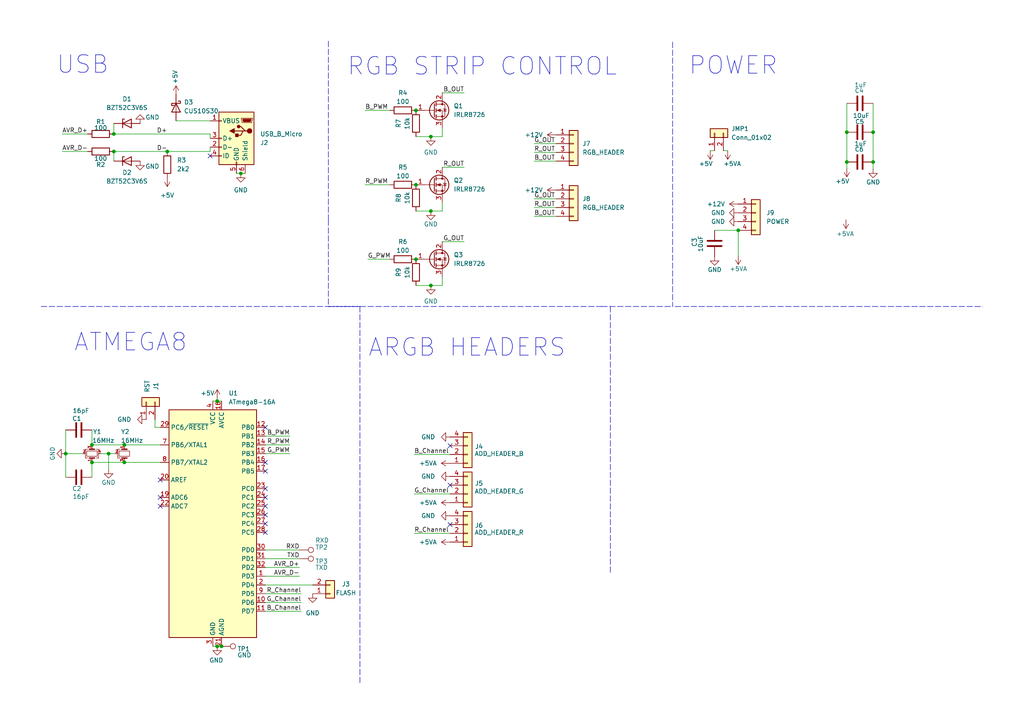
<source format=kicad_sch>
(kicad_sch (version 20211123) (generator eeschema)
  (paper "A4")
  (title_block (title "BlinkStick Advanced") (date "2023-08-18") (rev "1.3") (company "Agile Inovative Ltd & gty77663"))
  (lib_symbols
    (symbol "Connector:TestPoint" (pin_numbers hide) (pin_names (offset 0.762) hide)
      (property "Reference" "TP" (at 0 6.858 0))
      (property "Value" "TestPoint" (at 0 5.08 0))
      (symbol "TestPoint_0_1"
        (circle (center 0 3.302) (radius 0.762))
      )
      (symbol "TestPoint_1_1"
        (pin passive line (at 0 0 90) (length 2.54) (name "1") (number "1"))
      )
    )
    (symbol "Connector:USB_B_Micro" (pin_names (offset 1.016))
      (property "Reference" "J" (at -5.08 11.43 0))
      (property "Value" "USB_B_Micro" (at -5.08 8.89 0))
      (symbol "USB_B_Micro_0_1"
        (rectangle (start -5.08 -7.62) (end 5.08 7.62) (stroke (width 0.254)) (fill (type background)))
        (circle (center -3.81 2.159) (radius 0.635) (stroke (width 0.254)) (fill (type outline)))
        (circle (center -0.635 3.429) (radius 0.381) (stroke (width 0.254)) (fill (type outline)))
        (rectangle (start -0.127 -7.62) (end 0.127 -6.858))
        (polyline (pts (xy -1.905 2.159) (xy 0.635 2.159)) (stroke (width 0.254)))
        (polyline (pts (xy -3.175 2.159) (xy -2.54 2.159) (xy -1.27 3.429) (xy -0.635 3.429)) (stroke (width 0.254)))
        (polyline (pts (xy -2.54 2.159) (xy -1.905 2.159) (xy -1.27 0.889) (xy 0 0.889)) (stroke (width 0.254)))
        (polyline (pts (xy 0.635 2.794) (xy 0.635 1.524) (xy 1.905 2.159) (xy 0.635 2.794)) (stroke (width 0.254)) (fill (type outline)))
        (polyline (pts (xy -4.318 5.588) (xy -1.778 5.588) (xy -2.032 4.826) (xy -4.064 4.826) (xy -4.318 5.588)) (fill (type outline)))
        (polyline (pts (xy -4.699 5.842) (xy -4.699 5.588) (xy -4.445 4.826) (xy -4.445 4.572) (xy -1.651 4.572) (xy -1.651 4.826) (xy -1.397 5.588) (xy -1.397 5.842) (xy -4.699 5.842)))
        (rectangle (start 0.254 1.27) (end -0.508 0.508) (stroke (width 0.254)) (fill (type outline)))
        (rectangle (start 5.08 -5.207) (end 4.318 -4.953))
        (rectangle (start 5.08 -2.667) (end 4.318 -2.413))
        (rectangle (start 5.08 -0.127) (end 4.318 0.127))
        (rectangle (start 5.08 4.953) (end 4.318 5.207))
      )
      (symbol "USB_B_Micro_1_1"
        (pin power_out line (at 7.62 5.08 180) (length 2.54) (name "VBUS") (number "1"))
        (pin bidirectional line (at 7.62 -2.54 180) (length 2.54) (name "D-") (number "2"))
        (pin bidirectional line (at 7.62 0 180) (length 2.54) (name "D+") (number "3"))
        (pin passive line (at 7.62 -5.08 180) (length 2.54) (name "ID") (number "4"))
        (pin power_out line (at 0 -10.16 90) (length 2.54) (name "GND") (number "5"))
        (pin passive line (at -2.54 -10.16 90) (length 2.54) (name "Shield") (number "6"))
      )
    )
    (symbol "Connector_Generic:Conn_01x02" (pin_names (offset 1.016) hide)
      (property "Reference" "J" (at 0 2.54 0))
      (property "Value" "Conn_01x02" (at 0 -5.08 0))
      (symbol "Conn_01x02_1_1"
        (rectangle (start -1.27 -2.413) (end 0 -2.667) (stroke (width 0.1524)))
        (rectangle (start -1.27 0.127) (end 0 -0.127) (stroke (width 0.1524)))
        (rectangle (start -1.27 1.27) (end 1.27 -3.81) (stroke (width 0.254)) (fill (type background)))
        (pin passive line (at -5.08 0 0) (length 3.81) (name "Pin_1") (number "1"))
        (pin passive line (at -5.08 -2.54 0) (length 3.81) (name "Pin_2") (number "2"))
      )
    )
    (symbol "Connector_Generic:Conn_01x04" (pin_names (offset 1.016) hide)
      (property "Reference" "J" (at 0 5.08 0))
      (property "Value" "Conn_01x04" (at 0 -7.62 0))
      (symbol "Conn_01x04_1_1"
        (rectangle (start -1.27 -4.953) (end 0 -5.207) (stroke (width 0.1524)))
        (rectangle (start -1.27 -2.413) (end 0 -2.667) (stroke (width 0.1524)))
        (rectangle (start -1.27 0.127) (end 0 -0.127) (stroke (width 0.1524)))
        (rectangle (start -1.27 2.667) (end 0 2.413) (stroke (width 0.1524)))
        (rectangle (start -1.27 3.81) (end 1.27 -6.35) (stroke (width 0.254)) (fill (type background)))
        (pin passive line (at -5.08 2.54 0) (length 3.81) (name "Pin_1") (number "1"))
        (pin passive line (at -5.08 0 0) (length 3.81) (name "Pin_2") (number "2"))
        (pin passive line (at -5.08 -2.54 0) (length 3.81) (name "Pin_3") (number "3"))
        (pin passive line (at -5.08 -5.08 0) (length 3.81) (name "Pin_4") (number "4"))
      )
    )
    (symbol "Device:C" (pin_numbers hide) (pin_names (offset 0.254))
      (property "Reference" "C" (at 0.635 2.54 0))
      (property "Value" "C" (at 0.635 -2.54 0))
      (symbol "C_0_1"
        (polyline (pts (xy -2.032 -0.762) (xy 2.032 -0.762)) (stroke (width 0.508)))
        (polyline (pts (xy -2.032 0.762) (xy 2.032 0.762)) (stroke (width 0.508)))
      )
      (symbol "C_1_1"
        (pin passive line (at 0 3.81 270) (length 2.794) (name "~") (number "1"))
        (pin passive line (at 0 -3.81 90) (length 2.794) (name "~") (number "2"))
      )
    )
    (symbol "Device:Crystal_GND24_Small" (pin_names (offset 1.016) hide)
      (property "Reference" "Y" (at 1.27 4.445 0))
      (property "Value" "Crystal_GND24_Small" (at 1.27 2.54 0))
      (symbol "Crystal_GND24_Small_0_1"
        (rectangle (start -0.762 -1.524) (end 0.762 1.524))
        (polyline (pts (xy -1.27 -0.762) (xy -1.27 0.762)) (stroke (width 0.381)))
        (polyline (pts (xy 1.27 -0.762) (xy 1.27 0.762)) (stroke (width 0.381)))
        (polyline (pts (xy -1.27 -1.27) (xy -1.27 -1.905) (xy 1.27 -1.905) (xy 1.27 -1.27)))
        (polyline (pts (xy -1.27 1.27) (xy -1.27 1.905) (xy 1.27 1.905) (xy 1.27 1.27)))
      )
      (symbol "Crystal_GND24_Small_1_1"
        (pin passive line (at -2.54 0 0) (length 1.27) (name "1") (number "1"))
        (pin passive line (at 0 -2.54 90) (length 0.635) (name "2") (number "2"))
        (pin passive line (at 2.54 0 180) (length 1.27) (name "3") (number "3"))
        (pin passive line (at 0 2.54 270) (length 0.635) (name "4") (number "4"))
      )
    )
    (symbol "Device:Crystal_GND2_Small" (pin_names (offset 1.016) hide)
      (property "Reference" "Y" (at 0 5.08 0))
      (property "Value" "Crystal_GND2_Small" (at 0 3.175 0))
      (symbol "Crystal_GND2_Small_0_1"
        (rectangle (start -0.762 -1.524) (end 0.762 1.524))
        (polyline (pts (xy -1.27 -0.762) (xy -1.27 0.762)) (stroke (width 0.381)))
        (polyline (pts (xy 1.27 -0.762) (xy 1.27 0.762)) (stroke (width 0.381)))
        (polyline (pts (xy -1.27 -1.27) (xy -1.27 -1.905) (xy 1.27 -1.905) (xy 1.27 -1.27)))
      )
      (symbol "Crystal_GND2_Small_1_1"
        (pin passive line (at -2.54 0 0) (length 1.27) (name "1") (number "1"))
        (pin passive line (at 0 -2.54 90) (length 0.635) (name "2") (number "2"))
        (pin passive line (at 2.54 0 180) (length 1.27) (name "3") (number "3"))
      )
    )
    (symbol "Device:R" (pin_numbers hide) (pin_names (offset 0))
      (property "Reference" "R" (at 2.032 0 90))
      (property "Value" "R" (at 0 0 90))
      (symbol "R_0_1"
        (rectangle (start -1.016 -2.54) (end 1.016 2.54) (stroke (width 0.254)))
      )
      (symbol "R_1_1"
        (pin passive line (at 0 3.81 270) (length 1.27) (name "~") (number "1"))
        (pin passive line (at 0 -3.81 90) (length 1.27) (name "~") (number "2"))
      )
    )
    (symbol "Diode:1N5819WS" (pin_numbers hide) (pin_names (offset 1.016) hide)
      (property "Reference" "D" (at 0 2.54 0))
      (property "Value" "1N5819WS" (at 0 -2.54 0))
      (symbol "1N5819WS_0_1"
        (polyline (pts (xy 1.27 0) (xy -1.27 0)))
        (polyline (pts (xy 1.27 1.27) (xy 1.27 -1.27) (xy -1.27 0) (xy 1.27 1.27)) (stroke (width 0.254)))
        (polyline (pts (xy -1.905 0.635) (xy -1.905 1.27) (xy -1.27 1.27) (xy -1.27 -1.27) (xy -0.635 -1.27) (xy -0.635 -0.635)) (stroke (width 0.254)))
      )
      (symbol "1N5819WS_1_1"
        (pin passive line (at -3.81 0 0) (length 2.54) (name "K") (number "1"))
        (pin passive line (at 3.81 0 180) (length 2.54) (name "A") (number "2"))
      )
    )
    (symbol "Diode:BZT52Bxx" (pin_numbers hide) (pin_names (offset 1.016) hide)
      (property "Reference" "D" (at 0 2.54 0))
      (property "Value" "BZT52Bxx" (at 0 -2.54 0))
      (symbol "BZT52Bxx_0_1"
        (polyline (pts (xy 1.27 0) (xy -1.27 0)))
        (polyline (pts (xy -1.27 -1.27) (xy -1.27 1.27) (xy -0.762 1.27)) (stroke (width 0.254)))
        (polyline (pts (xy 1.27 -1.27) (xy 1.27 1.27) (xy -1.27 0) (xy 1.27 -1.27)) (stroke (width 0.254)))
      )
      (symbol "BZT52Bxx_1_1"
        (pin passive line (at -3.81 0 0) (length 2.54) (name "K") (number "1"))
        (pin passive line (at 3.81 0 180) (length 2.54) (name "A") (number "2"))
      )
    )
    (symbol "GND_1" (power) (pin_names (offset 0))
      (property "Value" "GND_1" (at 0 -3.81 0))
      (symbol "GND_1_0_1"
        (polyline (pts (xy 0 0) (xy 0 -1.27) (xy 1.27 -1.27) (xy 0 -2.54) (xy -1.27 -1.27) (xy 0 -1.27)))
      )
      (symbol "GND_1_1_1"
        (pin power_in line (at 0 0 270) (length 0) hide (name "GND") (number "1"))
      )
    )
    (symbol "MCU_Microchip_ATmega:ATmega8-16A"
      (property "Reference" "U" (at -12.7 34.29 0))
      (property "Value" "ATmega8-16A" (at 5.08 -34.29 0))
      (symbol "ATmega8-16A_0_1"
        (rectangle (start -12.7 -33.02) (end 12.7 33.02) (stroke (width 0.254)) (fill (type background)))
      )
      (symbol "ATmega8-16A_1_1"
        (pin bidirectional line (at 15.24 -15.24 180) (length 2.54) (name "PD3") (number "1"))
        (pin bidirectional line (at 15.24 -22.86 180) (length 2.54) (name "PD6") (number "10"))
        (pin bidirectional line (at 15.24 -25.4 180) (length 2.54) (name "PD7") (number "11"))
        (pin bidirectional line (at 15.24 27.94 180) (length 2.54) (name "PB0") (number "12"))
        (pin bidirectional line (at 15.24 25.4 180) (length 2.54) (name "PB1") (number "13"))
        (pin bidirectional line (at 15.24 22.86 180) (length 2.54) (name "PB2") (number "14"))
        (pin bidirectional line (at 15.24 20.32 180) (length 2.54) (name "PB3") (number "15"))
        (pin bidirectional line (at 15.24 17.78 180) (length 2.54) (name "PB4") (number "16"))
        (pin bidirectional line (at 15.24 15.24 180) (length 2.54) (name "PB5") (number "17"))
        (pin power_in line (at 2.54 35.56 270) (length 2.54) (name "AVCC") (number "18"))
        (pin input line (at -15.24 7.62 0) (length 2.54) (name "ADC6") (number "19"))
        (pin bidirectional line (at 15.24 -17.78 180) (length 2.54) (name "PD4") (number "2"))
        (pin passive line (at -15.24 12.7 0) (length 2.54) (name "AREF") (number "20"))
        (pin power_in line (at 2.54 -35.56 90) (length 2.54) (name "AGND") (number "21"))
        (pin input line (at -15.24 5.08 0) (length 2.54) (name "ADC7") (number "22"))
        (pin bidirectional line (at 15.24 10.16 180) (length 2.54) (name "PC0") (number "23"))
        (pin bidirectional line (at 15.24 7.62 180) (length 2.54) (name "PC1") (number "24"))
        (pin bidirectional line (at 15.24 5.08 180) (length 2.54) (name "PC2") (number "25"))
        (pin bidirectional line (at 15.24 2.54 180) (length 2.54) (name "PC3") (number "26"))
        (pin bidirectional line (at 15.24 0 180) (length 2.54) (name "PC4") (number "27"))
        (pin bidirectional line (at 15.24 -2.54 180) (length 2.54) (name "PC5") (number "28"))
        (pin bidirectional line (at -15.24 27.94 0) (length 2.54) (name "PC6/~{RESET}") (number "29"))
        (pin power_in line (at 0 -35.56 90) (length 2.54) (name "GND") (number "3"))
        (pin bidirectional line (at 15.24 -7.62 180) (length 2.54) (name "PD0") (number "30"))
        (pin bidirectional line (at 15.24 -10.16 180) (length 2.54) (name "PD1") (number "31"))
        (pin bidirectional line (at 15.24 -12.7 180) (length 2.54) (name "PD2") (number "32"))
        (pin power_in line (at 0 35.56 270) (length 2.54) (name "VCC") (number "4"))
        (pin passive line (at 0 -35.56 90) (length 2.54) hide (name "GND") (number "5"))
        (pin passive line (at 0 35.56 270) (length 2.54) hide (name "VCC") (number "6"))
        (pin bidirectional line (at -15.24 22.86 0) (length 2.54) (name "PB6/XTAL1") (number "7"))
        (pin bidirectional line (at -15.24 17.78 0) (length 2.54) (name "PB7/XTAL2") (number "8"))
        (pin bidirectional line (at 15.24 -20.32 180) (length 2.54) (name "PD5") (number "9"))
      )
    )
    (symbol "Transistor_FET:IRLR8726" (pin_names hide)
      (property "Reference" "Q" (at 5.08 1.905 0))
      (property "Value" "IRLR8726" (at 5.08 0 0))
      (symbol "IRLR8726_0_1"
        (polyline (pts (xy 0.254 0) (xy -2.54 0)))
        (polyline (pts (xy 0.254 1.905) (xy 0.254 -1.905)) (stroke (width 0.254)))
        (polyline (pts (xy 0.762 -1.27) (xy 0.762 -2.286)) (stroke (width 0.254)))
        (polyline (pts (xy 0.762 0.508) (xy 0.762 -0.508)) (stroke (width 0.254)))
        (polyline (pts (xy 0.762 2.286) (xy 0.762 1.27)) (stroke (width 0.254)))
        (polyline (pts (xy 2.54 2.54) (xy 2.54 1.778)))
        (polyline (pts (xy 2.54 -2.54) (xy 2.54 0) (xy 0.762 0)))
        (polyline (pts (xy 0.762 -1.778) (xy 3.302 -1.778) (xy 3.302 1.778) (xy 0.762 1.778)))
        (polyline (pts (xy 1.016 0) (xy 2.032 0.381) (xy 2.032 -0.381) (xy 1.016 0)) (fill (type outline)))
        (polyline (pts (xy 2.794 0.508) (xy 2.921 0.381) (xy 3.683 0.381) (xy 3.81 0.254)))
        (polyline (pts (xy 3.302 0.381) (xy 2.921 -0.254) (xy 3.683 -0.254) (xy 3.302 0.381)))
        (circle (center 1.651 0) (radius 2.794) (stroke (width 0.254)))
        (circle (center 2.54 -1.778) (radius 0.254) (fill (type outline)))
        (circle (center 2.54 1.778) (radius 0.254) (fill (type outline)))
      )
      (symbol "IRLR8726_1_1"
        (pin passive line (at -5.08 0 0) (length 2.54) (name "G") (number "1"))
        (pin passive line (at 2.54 5.08 270) (length 2.54) (name "D") (number "2"))
        (pin passive line (at 2.54 -5.08 90) (length 2.54) (name "S") (number "3"))
      )
    )
    (symbol "power:+12V" (power) (pin_names (offset 0))
      (property "Value" "+12V" (at 0 3.556 0))
      (symbol "+12V_0_1"
        (polyline (pts (xy -0.762 1.27) (xy 0 2.54)))
        (polyline (pts (xy 0 0) (xy 0 2.54)))
        (polyline (pts (xy 0 2.54) (xy 0.762 1.27)))
      )
      (symbol "+12V_1_1"
        (pin power_in line (at 0 0 90) (length 0) hide (name "+12V") (number "1"))
      )
    )
    (symbol "power:+5V" (power) (pin_names (offset 0))
      (property "Value" "+5V" (at 0 3.556 0))
      (symbol "+5V_0_1"
        (polyline (pts (xy -0.762 1.27) (xy 0 2.54)))
        (polyline (pts (xy 0 0) (xy 0 2.54)))
        (polyline (pts (xy 0 2.54) (xy 0.762 1.27)))
      )
      (symbol "+5V_1_1"
        (pin power_in line (at 0 0 90) (length 0) hide (name "+5V") (number "1"))
      )
    )
    (symbol "power:+5VA" (power) (pin_names (offset 0))
      (property "Value" "+5VA" (at 0 3.556 0))
      (symbol "+5VA_0_1"
        (polyline (pts (xy -0.762 1.27) (xy 0 2.54)))
        (polyline (pts (xy 0 0) (xy 0 2.54)))
        (polyline (pts (xy 0 2.54) (xy 0.762 1.27)))
      )
      (symbol "+5VA_1_1"
        (pin power_in line (at 0 0 90) (length 0) hide (name "+5VA") (number "1"))
      )
    )
    (symbol "power:GND" (power) (pin_names (offset 0))
      (property "Value" "GND" (at 0 -3.81 0))
      (symbol "GND_0_1"
        (polyline (pts (xy 0 0) (xy 0 -1.27) (xy 1.27 -1.27) (xy 0 -2.54) (xy -1.27 -1.27) (xy 0 -1.27)))
      )
      (symbol "GND_1_1"
        (pin power_in line (at 0 0 270) (length 0) hide (name "GND") (number "1"))
      )
    )
  )
  (junction (at 124.968 39.624))
  (junction (at 253.238 46.99))
  (junction (at 214.122 66.802))
  (junction (at 33.02 43.942))
  (junction (at 31.496 131.572))
  (junction (at 120.65 53.594))
  (junction (at 120.65 32.004))
  (junction (at 26.67 129.032))
  (junction (at 245.618 46.99))
  (junction (at 62.992 116.332))
  (junction (at 253.238 38.354))
  (junction (at 69.85 50.292))
  (junction (at 48.514 43.942))
  (junction (at 19.05 131.572))
  (junction (at 26.67 134.112))
  (junction (at 124.968 82.804))
  (junction (at 245.618 38.354))
  (junction (at 33.02 38.862))
  (junction (at 36.068 134.112))
  (junction (at 64.262 187.452))
  (junction (at 120.65 75.184))
  (junction (at 62.992 187.452))
  (junction (at 36.068 129.032))
  (junction (at 124.968 61.214))
  (no_connect (at 130.556 152.146))
  (no_connect (at 130.556 140.716))
  (no_connect (at 130.556 129.286))
  (no_connect (at 60.96 45.212))
  (no_connect (at 76.962 151.892))
  (no_connect (at 76.962 146.812))
  (no_connect (at 76.962 149.352))
  (no_connect (at 76.962 144.272))
  (no_connect (at 76.962 154.432))
  (no_connect (at 46.482 146.812))
  (no_connect (at 46.482 144.272))
  (no_connect (at 46.482 139.192))
  (no_connect (at 76.962 141.732))
  (no_connect (at 76.962 136.652))
  (no_connect (at 76.962 134.112))
  (no_connect (at 76.962 123.952))
  (wire (pts (xy 76.962 159.512) (xy 86.868 159.512)))
  (wire (pts (xy 120.142 154.686) (xy 130.556 154.686)))
  (wire (pts (xy 26.67 129.032) (xy 36.068 129.032)))
  (wire (pts (xy 44.958 123.952) (xy 46.482 123.952)))
  (wire (pts (xy 76.962 164.592) (xy 86.868 164.592)))
  (wire (pts (xy 253.238 29.972) (xy 253.238 38.354)))
  (wire (pts (xy 36.068 134.112) (xy 46.482 134.112)))
  (wire (pts (xy 51.054 35.052) (xy 60.96 35.052)))
  (polyline (pts (xy 195.072 12.192) (xy 195.072 88.9)))
  (wire (pts (xy 26.67 134.112) (xy 36.068 134.112)))
  (wire (pts (xy 124.968 39.624) (xy 128.27 39.624)))
  (wire (pts (xy 33.02 46.736) (xy 33.02 43.942)))
  (wire (pts (xy 154.94 46.736) (xy 161.29 46.736)))
  (wire (pts (xy 26.67 138.43) (xy 26.67 134.112)))
  (wire (pts (xy 154.94 60.198) (xy 161.29 60.198)))
  (wire (pts (xy 207.264 66.802) (xy 214.122 66.802)))
  (wire (pts (xy 25.4 43.942) (xy 18.034 43.942)))
  (polyline (pts (xy 95.25 63.754) (xy 95.25 88.9)))
  (wire (pts (xy 29.21 131.572) (xy 31.496 131.572)))
  (wire (pts (xy 87.376 172.212) (xy 76.962 172.212)))
  (wire (pts (xy 69.85 50.292) (xy 71.12 50.292)))
  (wire (pts (xy 124.968 82.804) (xy 128.27 82.804)))
  (wire (pts (xy 154.94 62.738) (xy 161.29 62.738)))
  (wire (pts (xy 106.68 75.184) (xy 113.03 75.184)))
  (wire (pts (xy 19.05 124.714) (xy 19.05 131.572)))
  (wire (pts (xy 60.96 40.132) (xy 60.96 38.862)))
  (wire (pts (xy 76.962 162.052) (xy 86.868 162.052)))
  (wire (pts (xy 19.05 131.572) (xy 24.13 131.572)))
  (wire (pts (xy 245.618 29.972) (xy 245.618 38.354)))
  (wire (pts (xy 68.58 50.292) (xy 69.85 50.292)))
  (wire (pts (xy 84.074 126.492) (xy 76.962 126.492)))
  (wire (pts (xy 19.05 131.572) (xy 19.05 138.43)))
  (wire (pts (xy 120.65 61.214) (xy 124.968 61.214)))
  (polyline (pts (xy 11.938 88.9) (xy 104.394 88.9)))
  (wire (pts (xy 245.618 46.99) (xy 245.618 48.768)))
  (wire (pts (xy 61.722 187.452) (xy 62.992 187.452)))
  (polyline (pts (xy 195.834 88.9) (xy 284.988 88.9)))
  (wire (pts (xy 25.4 38.862) (xy 18.034 38.862)))
  (wire (pts (xy 245.618 38.354) (xy 245.618 46.99)))
  (wire (pts (xy 76.962 167.132) (xy 86.868 167.132)))
  (polyline (pts (xy 177.038 88.9) (xy 177.038 166.116)))
  (wire (pts (xy 154.94 41.656) (xy 161.29 41.656)))
  (wire (pts (xy 128.27 61.214) (xy 128.27 58.674)))
  (polyline (pts (xy 95.25 11.938) (xy 95.25 63.754)))
  (wire (pts (xy 124.968 61.214) (xy 128.27 61.214)))
  (wire (pts (xy 253.238 38.354) (xy 253.238 46.99)))
  (wire (pts (xy 26.67 124.714) (xy 26.67 129.032)))
  (wire (pts (xy 128.27 82.804) (xy 128.27 80.264)))
  (wire (pts (xy 105.918 32.004) (xy 113.03 32.004)))
  (polyline (pts (xy 104.394 88.9) (xy 104.394 198.12)))
  (wire (pts (xy 84.074 129.032) (xy 76.962 129.032)))
  (wire (pts (xy 84.074 131.572) (xy 76.962 131.572)))
  (wire (pts (xy 87.376 177.292) (xy 76.962 177.292)))
  (polyline (pts (xy 174.498 88.9) (xy 195.072 88.9)))
  (polyline (pts (xy 95.25 88.9) (xy 174.498 88.9)))
  (wire (pts (xy 154.94 44.196) (xy 161.29 44.196)))
  (wire (pts (xy 31.496 131.572) (xy 33.528 131.572)))
  (wire (pts (xy 205.994 43.688) (xy 207.264 43.688)))
  (wire (pts (xy 154.94 57.658) (xy 161.29 57.658)))
  (wire (pts (xy 31.496 136.144) (xy 31.496 131.572)))
  (wire (pts (xy 33.02 35.814) (xy 33.02 38.862)))
  (wire (pts (xy 61.722 116.332) (xy 62.992 116.332)))
  (wire (pts (xy 120.142 131.826) (xy 130.556 131.826)))
  (wire (pts (xy 134.62 26.924) (xy 128.27 26.924)))
  (wire (pts (xy 120.65 82.804) (xy 124.968 82.804)))
  (wire (pts (xy 105.918 53.594) (xy 113.03 53.594)))
  (wire (pts (xy 76.962 169.672) (xy 90.678 169.672)))
  (wire (pts (xy 87.376 174.752) (xy 76.962 174.752)))
  (wire (pts (xy 209.804 43.688) (xy 211.074 43.688)))
  (wire (pts (xy 134.62 48.514) (xy 128.27 48.514)))
  (wire (pts (xy 128.27 39.624) (xy 128.27 37.084)))
  (wire (pts (xy 62.992 115.57) (xy 62.992 116.332)))
  (wire (pts (xy 214.122 74.168) (xy 214.122 66.802)))
  (wire (pts (xy 62.992 187.452) (xy 64.262 187.452)))
  (wire (pts (xy 120.65 39.624) (xy 124.968 39.624)))
  (wire (pts (xy 253.238 46.99) (xy 253.238 49.022)))
  (wire (pts (xy 36.068 129.032) (xy 46.482 129.032)))
  (wire (pts (xy 60.96 43.942) (xy 48.514 43.942)))
  (wire (pts (xy 48.514 43.942) (xy 33.02 43.942)))
  (wire (pts (xy 60.96 43.942) (xy 60.96 42.672)))
  (wire (pts (xy 33.02 38.862) (xy 60.96 38.862)))
  (wire (pts (xy 134.62 70.104) (xy 128.27 70.104)))
  (wire (pts (xy 120.142 143.256) (xy 130.556 143.256)))
  (wire (pts (xy 62.992 116.332) (xy 64.262 116.332)))
  (wire (pts (xy 44.958 121.666) (xy 44.958 123.952)))
  (text "RGB STRIP CONTROL\n" (at 100.584 22.352 0) (effects (font (size 5.08 5.08)) (justify left bottom)))
  (text "POWER" (at 199.644 22.098 0) (effects (font (size 5.08 5.08)) (justify left bottom)))
  (text "ATMEGA8" (at 21.336 102.362 0) (effects (font (size 5.08 5.08)) (justify left bottom)))
  (text "USB\n" (at 16.256 21.844 0) (effects (font (size 5.08 5.08)) (justify left bottom)))
  (text "ARGB HEADERS" (at 106.68 103.886 0) (effects (font (size 5.08 5.08)) (justify left bottom)))
  (label "AVR_D+" (at 86.868 164.592 180))
  (label "R_OUT" (at 134.62 48.514 180))
  (label "G_OUT" (at 154.94 41.656 0))
  (label "B_PWM" (at 105.918 32.004 0))
  (label "R_Channel" (at 120.142 154.686 0))
  (label "R_PWM" (at 84.074 129.032 180))
  (label "G_OUT" (at 154.94 57.658 0))
  (label "AVR_D+" (at 18.034 38.862 0))
  (label "B_Channel" (at 120.142 131.826 0))
  (label "B_OUT" (at 134.62 26.924 180))
  (label "AVR_D-" (at 86.868 167.132 180))
  (label "RXD" (at 86.868 159.512 180))
  (label "G_OUT" (at 134.62 70.104 180))
  (label "AVR_D-" (at 18.034 43.942 0))
  (label "R_OUT" (at 154.94 60.198 0))
  (label "G_PWM" (at 84.074 131.572 180))
  (label "R_Channel" (at 87.376 172.212 180))
  (label "D-" (at 48.514 43.942 180))
  (label "R_PWM" (at 105.918 53.594 0))
  (label "TXD" (at 86.868 162.052 180))
  (label "B_Channel" (at 87.376 177.292 180))
  (label "B_OUT" (at 154.94 46.736 0))
  (label "G_Channel" (at 120.142 143.256 0))
  (label "D+" (at 48.514 38.862 180))
  (label "R_OUT" (at 154.94 44.196 0))
  (label "G_PWM" (at 106.68 75.184 0))
  (label "B_PWM" (at 84.074 126.492 180))
  (label "G_Channel" (at 87.376 174.752 180))
  (label "B_OUT" (at 154.94 62.738 0))
  (symbol (lib_id "Connector_Generic:Conn_01x04") (at 135.636 154.686 0) (mirror x) (unit 1)
    (property "Reference" "J6" (at 138.938 152.4 0))
    (property "Value" "ADD_HEADER_R" (at 144.78 154.432 0))
    (property "Footprint" "Connector_PinHeader_2.54mm:PinHeader_1x04_P2.54mm_Horizontal_No_Pins" (effects hide))
  )
  (symbol (lib_id "power:GND") (at 214.122 64.262 270) (unit 1)
    (property "Reference" "#PWR028" (effects hide))
    (property "Value" "GND" (at 210.312 64.2619 90) (effects (justify right)))
  )
  (symbol (lib_name "GND_1") (lib_id "power:GND") (at 90.678 172.212 0) (mirror y) (unit 1)
    (property "Reference" "#PWR011" (effects hide))
    (property "Value" "GND" (at 90.678 177.8 0))
  )
  (symbol (lib_id "Transistor_FET:IRLR8726") (at 125.73 53.594 0) (unit 1)
    (property "Reference" "Q2" (at 131.572 52.3239 0) (effects (justify left)))
    (property "Value" "IRLR8726" (at 131.572 54.8639 0) (effects (justify left)))
    (property "Footprint" "Package_TO_SOT_SMD:TO-263-2" (effects hide))
    (property "Datasheet" "https://datasheet.lcsc.com/lcsc/1804242120_Infineon-Technologies-IRLR8726TRPBF_C81137.pdf" (effects hide))
  )
  (symbol (lib_id "power:GND") (at 42.418 121.666 270) (unit 1)
    (property "Reference" "#PWR05" (effects hide))
    (property "Value" "GND" (at 38.1 121.6659 90) (effects (justify right)))
  )
  (symbol (lib_id "power:+5VA") (at 130.556 145.796 90) (unit 1)
    (property "Reference" "#PWR018" (effects hide))
    (property "Value" "+5VA" (at 126.746 145.7959 90) (effects (justify left)))
  )
  (symbol (lib_id "Device:Crystal_GND24_Small") (at 26.67 131.572 270) (mirror x) (unit 1)
    (property "Reference" "Y1" (at 28.194 125.222 90))
    (property "Value" "16MHz" (at 29.972 127.762 90))
    (property "Footprint" "Crystal:Crystal_SMD_3225-4Pin_3.2x2.5mm" (effects hide))
  )
  (symbol (lib_id "power:+12V") (at 161.29 55.118 90) (unit 1)
    (property "Reference" "#PWR022" (effects hide))
    (property "Value" "+12V" (at 157.48 55.1179 90) (effects (justify left)))
  )
  (symbol (lib_id "Device:C") (at 207.264 70.612 180) (unit 1)
    (property "Reference" "C3" (at 201.422 71.628 90) (effects (justify right)))
    (property "Value" "10uF" (at 203.2 73.152 90) (effects (justify right)))
    (property "Footprint" "Capacitor_SMD:C_0603_1608Metric_Pad1.08x0.95mm_HandSolder" (effects hide))
  )
  (symbol (lib_id "power:+12V") (at 214.122 59.182 90) (unit 1)
    (property "Reference" "#PWR026" (effects hide))
    (property "Value" "+12V" (at 210.312 59.1819 90) (effects (justify left)))
  )
  (symbol (lib_id "MCU_Microchip_ATmega:ATmega8-16A") (at 61.722 151.892 0) (unit 1)
    (property "Reference" "U1" (at 66.2814 114.046 0) (effects (justify left)))
    (property "Value" "ATmega8-16A" (at 66.2814 116.586 0) (effects (justify left)))
    (property "Footprint" "Package_QFP:TQFP-32_7x7mm_P0.8mm" (effects hide))
    (property "Datasheet" "http://ww1.microchip.com/downloads/en/DeviceDoc/atmel-2486-8-bit-avr-microcontroller-atmega8_l_datasheet.pdf" (effects hide))
  )
  (symbol (lib_id "Device:R") (at 116.84 75.184 90) (unit 1)
    (property "Reference" "R6" (at 116.84 70.104 90))
    (property "Value" "100" (at 116.84 72.644 90))
    (property "Footprint" "Resistor_SMD:R_0603_1608Metric_Pad0.98x0.95mm_HandSolder" (effects hide))
  )
  (symbol (lib_id "power:GND") (at 19.05 131.572 270) (unit 1)
    (property "Reference" "#PWR01" (effects hide))
    (property "Value" "GND" (at 15.24 133.604 0) (effects (justify right)))
  )
  (symbol (lib_id "power:GND") (at 40.64 35.814 180) (unit 1)
    (property "Reference" "#PWR03" (effects hide))
    (property "Value" "GND" (at 42.164 34.036 0) (effects (justify right)))
  )
  (symbol (lib_id "Connector:TestPoint") (at 86.868 159.512 270) (unit 1)
    (property "Reference" "TP2" (at 91.44 158.75 90) (effects (justify left)))
    (property "Value" "RXD" (at 91.44 156.7181 90) (effects (justify left)))
    (property "Footprint" "TestPoint:TestPoint_Pad_D1.5mm" (effects hide))
  )
  (symbol (lib_id "power:GND") (at 130.556 138.176 270) (unit 1)
    (property "Reference" "#PWR017" (effects hide))
    (property "Value" "GND" (at 126.238 138.1759 90) (effects (justify right)))
  )
  (symbol (lib_id "Device:R") (at 116.84 32.004 90) (unit 1)
    (property "Reference" "R4" (at 116.84 26.924 90))
    (property "Value" "100" (at 116.84 29.464 90))
    (property "Footprint" "Resistor_SMD:R_0603_1608Metric_Pad0.98x0.95mm_HandSolder" (effects hide))
  )
  (symbol (lib_id "Device:C") (at 249.428 29.972 270) (unit 1)
    (property "Reference" "C4" (at 250.571 26.289 90) (effects (justify right)))
    (property "Value" "1uF" (at 251.46 24.638 90) (effects (justify right)))
    (property "Footprint" "Capacitor_SMD:C_0603_1608Metric_Pad1.08x0.95mm_HandSolder" (effects hide))
  )
  (symbol (lib_id "Device:Crystal_GND2_Small") (at 36.068 131.572 270) (unit 1)
    (property "Reference" "Y2" (at 35.052 125.222 90) (effects (justify left)))
    (property "Value" "16MHz" (at 35.052 127.762 90) (effects (justify left)))
    (property "Footprint" "Crystal:Resonator_SMD_Murata_CSTxExxV-3Pin_3.0x1.1mm" (effects hide))
  )
  (symbol (lib_id "power:GND") (at 124.968 82.804 0) (unit 1)
    (property "Reference" "#PWR014" (effects hide))
    (property "Value" "GND" (at 124.968 87.376 0))
  )
  (symbol (lib_id "power:GND") (at 124.968 61.214 0) (unit 1)
    (property "Reference" "#PWR013" (effects hide))
    (property "Value" "GND" (at 124.968 65.024 0))
  )
  (symbol (lib_id "Connector_Generic:Conn_01x04") (at 166.37 41.656 0) (unit 1)
    (property "Reference" "J7" (at 168.91 41.6559 0) (effects (justify left)))
    (property "Value" "RGB_HEADER" (at 168.91 44.1959 0) (effects (justify left)))
    (property "Footprint" "Connector_PinHeader_2.54mm:PinHeader_1x04_P2.54mm_Horizontal_No_Pins" (effects hide))
  )
  (symbol (lib_id "power:GND") (at 69.85 50.292 0) (mirror y) (unit 1)
    (property "Reference" "#PWR010" (effects hide))
    (property "Value" "GND" (at 69.85 55.118 0))
  )
  (symbol (lib_id "power:+5V") (at 62.992 115.57 0) (unit 1)
    (property "Reference" "#PWR08" (effects hide))
    (property "Value" "+5V" (at 58.166 114.046 0) (effects (justify left)))
  )
  (symbol (lib_id "power:+5V") (at 245.618 48.768 180) (unit 1)
    (property "Reference" "#PWR031" (effects hide))
    (property "Value" "+5V" (at 244.348 52.578 0))
  )
  (symbol (lib_id "Connector:TestPoint") (at 64.262 187.452 270) (unit 1)
    (property "Reference" "TP1" (at 68.834 188.2139 90) (effects (justify left)))
    (property "Value" "GND" (at 68.834 189.992 90) (effects (justify left)))
    (property "Footprint" "TestPoint:TestPoint_Pad_D1.5mm" (effects hide))
  )
  (symbol (lib_id "power:GND") (at 124.968 39.624 0) (unit 1)
    (property "Reference" "#PWR012" (effects hide))
    (property "Value" "GND" (at 124.968 44.196 0))
  )
  (symbol (lib_id "power:+5VA") (at 245.364 63.754 180) (unit 1)
    (property "Reference" "#PWR030" (effects hide))
    (property "Value" "+5VA" (at 242.57 67.818 0) (effects (justify right)))
  )
  (symbol (lib_id "Diode:BZT52Bxx") (at 36.83 46.736 0) (unit 1)
    (property "Reference" "D2" (at 36.83 50.038 0))
    (property "Value" "BZT52C3V6S" (at 36.83 52.578 0))
    (property "Footprint" "Diode_SMD:D_SOD-323" (effects hide))
    (property "Datasheet" "https://diotec.com/tl_files/diotec/files/pdf/datasheets/bzt52b2v4.pdf" (effects hide))
  )
  (symbol (lib_id "Device:C") (at 249.428 46.99 270) (unit 1)
    (property "Reference" "C6" (at 250.571 43.307 90) (effects (justify right)))
    (property "Value" "1uF" (at 251.46 41.656 90) (effects (justify right)))
    (property "Footprint" "Capacitor_SMD:C_0603_1608Metric_Pad1.08x0.95mm_HandSolder" (effects hide))
  )
  (symbol (lib_id "Device:R") (at 29.21 38.862 90) (unit 1)
    (property "Reference" "R1" (at 29.21 35.306 90))
    (property "Value" "100" (at 29.21 37.084 90))
    (property "Footprint" "Resistor_SMD:R_0603_1608Metric_Pad0.98x0.95mm_HandSolder" (effects hide))
  )
  (symbol (lib_id "power:GND") (at 62.992 187.452 0) (unit 1)
    (property "Reference" "#PWR09" (effects hide))
    (property "Value" "GND" (at 62.738 191.516 0))
  )
  (symbol (lib_id "Connector_Generic:Conn_01x04") (at 135.636 143.256 0) (mirror x) (unit 1)
    (property "Reference" "J5" (at 138.938 140.208 0))
    (property "Value" "ADD_HEADER_G" (at 144.78 142.494 0))
    (property "Footprint" "Connector_PinHeader_2.54mm:PinHeader_1x04_P2.54mm_Horizontal_No_Pins" (effects hide))
  )
  (symbol (lib_id "power:+5VA") (at 130.556 157.226 90) (unit 1)
    (property "Reference" "#PWR020" (effects hide))
    (property "Value" "+5VA" (at 126.746 157.2259 90) (effects (justify left)))
  )
  (symbol (lib_id "power:+5VA") (at 214.122 74.168 180) (unit 1)
    (property "Reference" "#PWR029" (effects hide))
    (property "Value" "+5VA" (at 211.582 77.978 0) (effects (justify right)))
  )
  (symbol (lib_id "power:GND") (at 40.64 46.736 0) (unit 1)
    (property "Reference" "#PWR04" (effects hide))
    (property "Value" "GND" (at 44.196 48.26 0))
  )
  (symbol (lib_id "Diode:1N5819WS") (at 51.054 31.242 270) (unit 1)
    (property "Reference" "D3" (at 53.34 29.6544 90) (effects (justify left)))
    (property "Value" "CUS10S30" (at 53.34 32.1944 90) (effects (justify left)))
    (property "Footprint" "Diode_SMD:D_SOD-323" (effects hide))
    (property "Datasheet" "https://datasheet.lcsc.com/lcsc/2204281430_Guangdong-Hottech-1N5819WS_C191023.pdf" (effects hide))
  )
  (symbol (lib_id "Device:C") (at 22.86 138.43 90) (mirror x) (unit 1)
    (property "Reference" "C2" (at 23.622 141.732 90) (effects (justify left)))
    (property "Value" "16pF" (at 25.908 144.018 90) (effects (justify left)))
    (property "Footprint" "Capacitor_SMD:C_0402_1005Metric_Pad0.74x0.62mm_HandSolder" (effects hide))
  )
  (symbol (lib_id "Connector_Generic:Conn_01x02") (at 42.418 116.586 90) (unit 1)
    (property "Reference" "J1" (at 45.212 112.014 0))
    (property "Value" "RST" (at 42.672 112.014 0))
    (property "Footprint" "Connector_PinHeader_2.54mm:PinHeader_1x02_P2.54mm_Vertical" (effects hide))
  )
  (symbol (lib_id "power:GND") (at 253.238 49.022 0) (unit 1)
    (property "Reference" "#PWR032" (effects hide))
    (property "Value" "GND" (at 251.206 52.832 0) (effects (justify left)))
  )
  (symbol (lib_id "Connector_Generic:Conn_01x04") (at 219.202 61.722 0) (unit 1)
    (property "Reference" "J9" (at 222.25 61.7219 0) (effects (justify left)))
    (property "Value" "POWER" (at 222.25 64.2619 0) (effects (justify left)))
    (property "Footprint" "Connector_JST:JST_XH_S4B-XH-A_1x04_P2.50mm_Horizontal_Short" (effects hide))
  )
  (symbol (lib_id "power:GND") (at 130.556 126.746 270) (unit 1)
    (property "Reference" "#PWR015" (effects hide))
    (property "Value" "GND" (at 126.238 126.7459 90) (effects (justify right)))
  )
  (symbol (lib_id "Connector_Generic:Conn_01x02") (at 207.264 38.608 90) (unit 1)
    (property "Reference" "JMP1" (at 212.09 37.3379 90) (effects (justify right)))
    (property "Value" "Conn_01x02" (at 212.09 39.8779 90) (effects (justify right)))
    (property "Footprint" "Connector_PinHeader_2.54mm:PinHeader_1x02_P2.54mm_Vertical" (effects hide))
  )
  (symbol (lib_id "Device:R") (at 29.21 43.942 90) (unit 1)
    (property "Reference" "R2" (at 29.21 47.752 90))
    (property "Value" "100" (at 29.21 45.974 90))
    (property "Footprint" "Resistor_SMD:R_0603_1608Metric_Pad0.98x0.95mm_HandSolder" (effects hide))
  )
  (symbol (lib_id "Connector_Generic:Conn_01x02") (at 95.758 172.212 0) (mirror x) (unit 1)
    (property "Reference" "J3" (at 100.33 169.418 0))
    (property "Value" "FLASH" (at 100.33 171.958 0))
    (property "Footprint" "Connector_PinHeader_2.54mm:PinHeader_1x02_P2.54mm_Vertical" (effects hide))
  )
  (symbol (lib_id "Device:R") (at 120.65 35.814 180) (unit 1)
    (property "Reference" "R7" (at 115.57 35.814 90))
    (property "Value" "10k" (at 118.11 35.814 90))
    (property "Footprint" "Resistor_SMD:R_0603_1608Metric_Pad0.98x0.95mm_HandSolder" (effects hide))
  )
  (symbol (lib_id "Device:R") (at 116.84 53.594 90) (unit 1)
    (property "Reference" "R5" (at 116.84 48.514 90))
    (property "Value" "100" (at 116.84 51.054 90))
    (property "Footprint" "Resistor_SMD:R_0603_1608Metric_Pad0.98x0.95mm_HandSolder" (effects hide))
  )
  (symbol (lib_id "power:GND") (at 207.264 74.422 0) (unit 1)
    (property "Reference" "#PWR024" (effects hide))
    (property "Value" "GND" (at 205.232 78.232 0) (effects (justify left)))
  )
  (symbol (lib_id "Connector_Generic:Conn_01x04") (at 135.636 131.826 0) (mirror x) (unit 1)
    (property "Reference" "J4" (at 138.938 129.54 0))
    (property "Value" "ADD_HEADER_B" (at 144.78 131.572 0))
    (property "Footprint" "Connector_PinHeader_2.54mm:PinHeader_1x04_P2.54mm_Horizontal_No_Pins" (effects hide))
  )
  (symbol (lib_id "Transistor_FET:IRLR8726") (at 125.73 32.004 0) (unit 1)
    (property "Reference" "Q1" (at 131.572 30.7339 0) (effects (justify left)))
    (property "Value" "IRLR8726" (at 131.572 33.2739 0) (effects (justify left)))
    (property "Footprint" "Package_TO_SOT_SMD:TO-263-2" (effects hide))
    (property "Datasheet" "https://datasheet.lcsc.com/lcsc/1804242120_Infineon-Technologies-IRLR8726TRPBF_C81137.pdf" (effects hide))
  )
  (symbol (lib_id "power:+5V") (at 51.054 27.432 0) (mirror y) (unit 1)
    (property "Reference" "#PWR07" (effects hide))
    (property "Value" "+5V" (at 50.8 24.384 90) (effects (justify left)))
  )
  (symbol (lib_id "Transistor_FET:IRLR8726") (at 125.73 75.184 0) (unit 1)
    (property "Reference" "Q3" (at 131.572 73.9139 0) (effects (justify left)))
    (property "Value" "IRLR8726" (at 131.572 76.4539 0) (effects (justify left)))
    (property "Footprint" "Package_TO_SOT_SMD:TO-263-2" (effects hide))
    (property "Datasheet" "https://datasheet.lcsc.com/lcsc/1804242120_Infineon-Technologies-IRLR8726TRPBF_C81137.pdf" (effects hide))
  )
  (symbol (lib_id "power:+12V") (at 161.29 39.116 90) (unit 1)
    (property "Reference" "#PWR021" (effects hide))
    (property "Value" "+12V" (at 157.48 39.1159 90) (effects (justify left)))
  )
  (symbol (lib_id "power:GND") (at 31.496 136.144 0) (unit 1)
    (property "Reference" "#PWR02" (effects hide))
    (property "Value" "GND" (at 33.528 139.954 0) (effects (justify right)))
  )
  (symbol (lib_id "Connector:TestPoint") (at 86.868 162.052 270) (unit 1)
    (property "Reference" "TP3" (at 91.44 162.8139 90) (effects (justify left)))
    (property "Value" "TXD" (at 91.44 164.592 90) (effects (justify left)))
    (property "Footprint" "TestPoint:TestPoint_Pad_D1.5mm" (effects hide))
  )
  (symbol (lib_id "Device:R") (at 120.65 78.994 180) (unit 1)
    (property "Reference" "R9" (at 115.57 78.994 90))
    (property "Value" "10k" (at 118.11 78.994 90))
    (property "Footprint" "Resistor_SMD:R_0603_1608Metric_Pad0.98x0.95mm_HandSolder" (effects hide))
  )
  (symbol (lib_id "power:GND") (at 214.122 61.722 270) (unit 1)
    (property "Reference" "#PWR027" (effects hide))
    (property "Value" "GND" (at 210.312 61.7219 90) (effects (justify right)))
  )
  (symbol (lib_id "Device:R") (at 48.514 47.752 0) (unit 1)
    (property "Reference" "R3" (at 51.308 46.4819 0) (effects (justify left)))
    (property "Value" "2k2" (at 51.308 49.0219 0) (effects (justify left)))
    (property "Footprint" "Resistor_SMD:R_0603_1608Metric_Pad0.98x0.95mm_HandSolder" (effects hide))
  )
  (symbol (lib_id "power:+5VA") (at 130.556 134.366 90) (unit 1)
    (property "Reference" "#PWR016" (effects hide))
    (property "Value" "+5VA" (at 126.746 134.3659 90) (effects (justify left)))
  )
  (symbol (lib_id "Device:R") (at 120.65 57.404 180) (unit 1)
    (property "Reference" "R8" (at 115.57 57.404 90))
    (property "Value" "10k" (at 118.11 57.404 90))
    (property "Footprint" "Resistor_SMD:R_0603_1608Metric_Pad0.98x0.95mm_HandSolder" (effects hide))
  )
  (symbol (lib_id "Diode:BZT52Bxx") (at 36.83 35.814 0) (unit 1)
    (property "Reference" "D1" (at 36.83 28.702 0))
    (property "Value" "BZT52C3V6S" (at 36.83 31.242 0))
    (property "Footprint" "Diode_SMD:D_SOD-323" (effects hide))
    (property "Datasheet" "https://diotec.com/tl_files/diotec/files/pdf/datasheets/bzt52b2v4.pdf" (effects hide))
  )
  (symbol (lib_id "Connector_Generic:Conn_01x04") (at 166.37 57.658 0) (unit 1)
    (property "Reference" "J8" (at 168.91 57.6579 0) (effects (justify left)))
    (property "Value" "RGB_HEADER" (at 168.91 60.1979 0) (effects (justify left)))
    (property "Footprint" "Connector_PinHeader_2.54mm:PinHeader_1x04_P2.54mm_Horizontal_No_Pins" (effects hide))
  )
  (symbol (lib_id "power:+5V") (at 205.994 43.688 180) (unit 1)
    (property "Reference" "#PWR023" (effects hide))
    (property "Value" "+5V" (at 204.724 47.498 0))
  )
  (symbol (lib_id "power:+5VA") (at 211.074 43.688 180) (unit 1)
    (property "Reference" "#PWR025" (effects hide))
    (property "Value" "+5VA" (at 209.804 47.498 0) (effects (justify right)))
  )
  (symbol (lib_id "Connector:USB_B_Micro") (at 68.58 40.132 0) (mirror y) (unit 1)
    (property "Reference" "J2" (at 75.438 41.4021 0) (effects (justify right)))
    (property "Value" "USB_B_Micro" (at 75.438 38.8621 0) (effects (justify right)))
    (property "Footprint" "Connector_USB:USB_Micro-B_Molex-105017-0001" (effects hide))
  )
  (symbol (lib_id "power:GND") (at 130.556 149.606 270) (unit 1)
    (property "Reference" "#PWR019" (effects hide))
    (property "Value" "GND" (at 126.238 149.6059 90) (effects (justify right)))
  )
  (symbol (lib_id "Device:C") (at 22.86 124.714 90) (unit 1)
    (property "Reference" "C1" (at 23.622 121.412 90) (effects (justify left)))
    (property "Value" "16pF" (at 25.908 119.126 90) (effects (justify left)))
    (property "Footprint" "Capacitor_SMD:C_0402_1005Metric_Pad0.74x0.62mm_HandSolder" (effects hide))
  )
  (symbol (lib_id "Device:C") (at 249.428 38.354 270) (unit 1)
    (property "Reference" "C5" (at 250.698 35.306 90) (effects (justify right)))
    (property "Value" "10uF" (at 252.222 33.528 90) (effects (justify right)))
    (property "Footprint" "Capacitor_SMD:C_0603_1608Metric_Pad1.08x0.95mm_HandSolder" (effects hide))
  )
  (symbol (lib_id "power:+5V") (at 48.514 51.562 180) (unit 1)
    (property "Reference" "#PWR06" (effects hide))
    (property "Value" "+5V" (at 48.514 56.642 0))
  )
)
</source>
